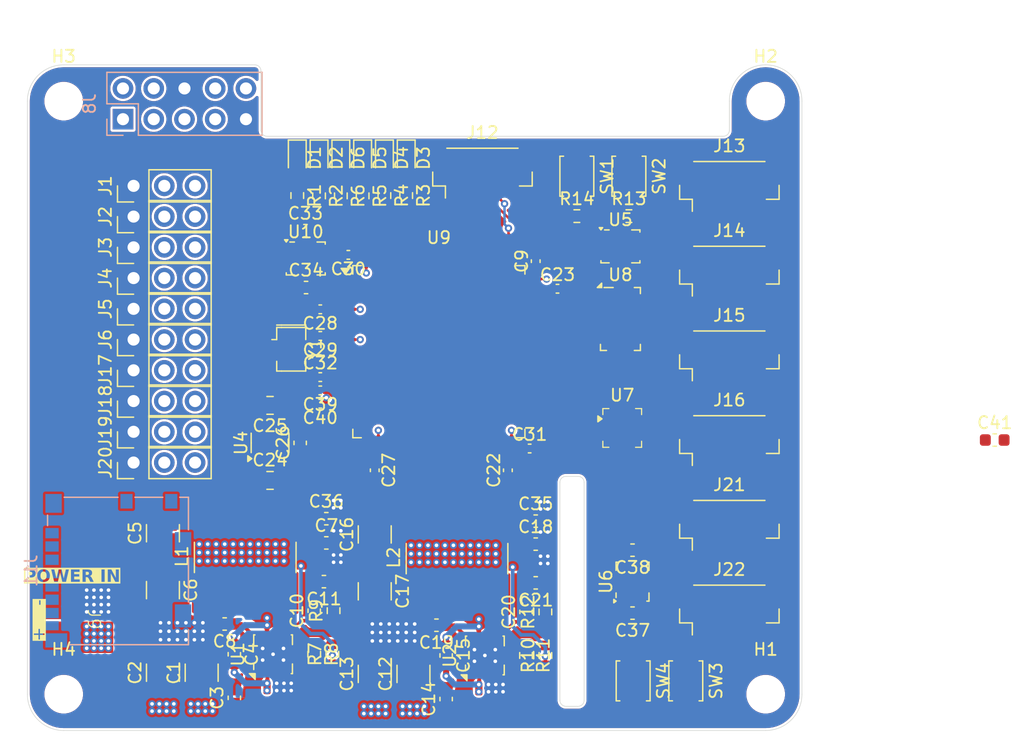
<source format=kicad_pcb>
(kicad_pcb (version 20241229) (generator "pcbnew") (generator_version "9.0")
  (layers (0 "F.Cu" signal) (4 "In1.Cu" signal) (6 "In2.Cu" signal) (2 "B.Cu" signal) (13 "F.Paste" user) (15 "B.Paste" user) (5 "F.SilkS" user "F.Silkscreen") (7 "B.SilkS" user "B.Silkscreen") (1 "F.Mask" user) (3 "B.Mask" user) (25 "Edge.Cuts" user))
  (net 0 "")
  (net 1 "GND")
  (net 3 "+3.3VA")
  (net 4 "NRST")
  (net 5 "BOOT")
  (net 6 "BUTTON2")
  (net 7 "BUTTON1")
  (net 8 "LED4")
  (net 9 "LED3")
  (net 10 "OSC_IN")
  (net 11 "SWCLK")
  (net 12 "LED5")
  (net 13 "LED6")
  (net 14 "LED2")
  (net 15 "SWDIO")
  (net 16 "OSC_OUT")
  (net 17 "+5V")
  (net 20 "Pi_RX")
  (net 21 "Pi_TX")
  (net 22 "VDC")
  (net 24 "Net-(U1-COMP)")
  (net 25 "Net-(U1-BOOT)")
  (net 26 "Net-(U1-PH)")
  (net 27 "Net-(U1-SS)")
  (net 28 "Net-(U1-VSENSE)")
  (net 29 "Net-(U2-SS)")
  (net 30 "Net-(U2-COMP)")
  (net 31 "Net-(U2-PH)")
  (net 32 "Net-(U2-BOOT)")
  (net 33 "+5VP")
  (net 34 "Net-(U2-VSENSE)")
  (net 38 "SPI_SCK")
  (net 39 "SPI_MISO")
  (net 40 "ISM_INT2")
  (net 41 "ISM_INT1")
  (net 42 "SPI_MOSI")
  (net 43 "SPI_ISM_CS")
  (net 44 "Net-(C11-Pad1)")
  (net 45 "Net-(C21-Pad1)")
  (net 46 "Net-(U9-VCAP_1)")
  (net 47 "Net-(U9-VCAP_2)")
  (net 48 "Net-(U4-BP)")
  (net 49 "Net-(D1-A)")
  (net 50 "Net-(D2-A)")
  (net 51 "Net-(D3-A)")
  (net 52 "Net-(D4-A)")
  (net 53 "Net-(D5-A)")
  (net 54 "Net-(D6-A)")
  (net 109 "Net-(U7-VSS-Pad11)")
  (net 121 "Net-(U8-CSB-Pad4)")
  (net 138 "USART8_TX")
  (net 141 "USART2_TX")
  (net 142 "USART2_RX")
  (net 144 "USART8_RX")
  (net 166 "UART7_RX")
  (net 167 "UART7_TX")
  (net 168 "USART3_RX")
  (net 169 "USART3_RTS")
  (net 170 "USART3_CTS")
  (net 171 "USART3_TX")
  (net 172 "USART4_TX")
  (net 173 "I2C1_SDA")
  (net 174 "I2C1_SCL")
  (net 175 "USART4_RX")
  (net 211 "Net-(U10-GND-Pad6)")
  (footprint "Capacitor_SMD:C_0402_1005Metric" (layer "F.Cu") (at 121.2 93.8)
    (property "Reference" "C32")
    (property "Value" "100nF")
  )
  (footprint "Connector_PinHeader_2.54mm:PinHeader_1x03_P2.54mm_Vertical" (layer "F.Cu") (at 105.775 85.62 90)
    (property "Reference" "J4")
    (property "Value" "Conn_01x03")
  )
  (footprint "Connector_JST:JST_SH_BM06B-SRSS-TB_1x06-1MP_P1.00mm_Vertical" (layer "F.Cu") (at 155 113)
    (property "Reference" "J22")
    (property "Value" "Conn_01x06")
  )
  (footprint "Resistor_SMD:R_0603_1608Metric" (layer "F.Cu") (at 139.8 113.199999 90)
    (property "Reference" "R12")
    (property "Value" "3.47K")
  )
  (footprint "Capacitor_SMD:C_0402_1005Metric" (layer "F.Cu") (at 125.7 101.5 -90)
    (property "Reference" "C27")
    (property "Value" "100nF")
  )
  (footprint "Connector_PinHeader_2.54mm:PinHeader_1x03_P2.54mm_Vertical" (layer "F.Cu") (at 105.775 100.86 90)
    (property "Reference" "J20")
    (property "Value" "Conn_01x03")
  )
  (footprint "Connector_PinHeader_2.54mm:PinHeader_1x03_P2.54mm_Vertical" (layer "F.Cu") (at 105.775 83.08 90)
    (property "Reference" "J3")
    (property "Value" "Conn_01x03")
  )
  (footprint "Connector_PinHeader_2.54mm:PinHeader_1x03_P2.54mm_Vertical" (layer "F.Cu") (at 105.775 80.54 90)
    (property "Reference" "J2")
    (property "Value" "Conn_01x03")
  )
  (footprint "Connector_JST:JST_SH_BM06B-SRSS-TB_1x06-1MP_P1.00mm_Vertical" (layer "F.Cu") (at 155 106)
    (property "Reference" "J21")
    (property "Value" "Conn_01x06")
  )
  (footprint "Capacitor_SMD:C_0402_1005Metric" (layer "F.Cu") (at 121.2 90.4 180)
    (property "Reference" "C29")
    (property "Value" "100nF")
  )
  (footprint "Package_TO_SOT_SMD:SOT-23-5" (layer "F.Cu") (at 117.050001 99.2375 90)
    (property "Reference" "U4")
    (property "Value" "MIC5219-3.3YM5")
  )
  (footprint "Capacitor_SMD:C_1210_3225Metric" (layer "F.Cu") (at 125.7 106.8 90)
    (property "Reference" "C16")
    (property "Value" "47uF")
  )
  (footprint "Capacitor_SMD:C_0603_1608Metric" (layer "F.Cu") (at 121.7 107.5)
    (property "Reference" "C7")
    (property "Value" "100nF")
  )
  (footprint "Capacitor_SMD:C_0603_1608Metric" (layer "F.Cu") (at 138.2 113.2 90)
    (property "Reference" "C20")
    (property "Value" "120pF")
  )
  (footprint "Resistor_SMD:R_0603_1608Metric" (layer "F.Cu") (at 122.9 78.825 -90)
    (property "Reference" "R6")
    (property "Value" "220R")
  )
  (footprint "Capacitor_SMD:C_0603_1608Metric" (layer "F.Cu") (at 114.1 116.7 -90)
    (property "Reference" "C4")
    (property "Value" "100nF")
  )
  (footprint "Capacitor_SMD:C_0603_1608Metric" (layer "F.Cu") (at 119.540001 99.237499 90)
    (property "Reference" "C26")
    (property "Value" "470pF")
  )
  (footprint "Capacitor_SMD:C_0603_1608Metric" (layer "F.Cu") (at 114.1 120.3 90)
    (property "Reference" "C3")
    (property "Value" "100nF")
  )
  (footprint "Capacitor_SMD:C_1210_3225Metric" (layer "F.Cu") (at 128.9 118.324999 90)
    (property "Reference" "C12")
    (property "Value" "10uF")
  )
  (footprint "Connector_PinHeader_2.54mm:PinHeader_1x03_P2.54mm_Vertical" (layer "F.Cu") (at 105.775 88.16 90)
    (property "Reference" "J5")
    (property "Value" "Conn_01x03")
  )
  (footprint "Connector_PinHeader_2.54mm:PinHeader_1x03_P2.54mm_Vertical" (layer "F.Cu") (at 105.775 90.7 90)
    (property "Reference" "J6")
    (property "Value" "Conn_01x03")
  )
  (footprint "Connector_PinHeader_2.54mm:PinHeader_1x03_P2.54mm_Vertical" (layer "F.Cu") (at 105.775 98.32 90)
    (property "Reference" "J19")
    (property "Value" "Conn_01x03")
  )
  (footprint "Package_LGA:LGA-14_3x2.5mm_P0.5mm_LayoutBorder3x4y" (layer "F.Cu") (at 146 83)
    (property "Reference" "U5")
    (property "Value" "ISM330DHCX")
  )
  (footprint "Resistor_SMD:R_0603_1608Metric" (layer "F.Cu") (at 122.3 113.1 90)
    (property "Reference" "R9")
    (property "Value" "3.47K")
  )
  (footprint "Package_QFP:LQFP-100_14x14mm_P0.5mm" (layer "F.Cu") (at 131 91.7)
    (property "Reference" "U9")
    (property "Value" "STM32F427VITx")
  )
  (footprint "Resistor_SMD:R_0603_1608Metric" (layer "F.Cu") (at 120.7 116.7 -90)
    (property "Reference" "R8")
    (property "Value" "19.1K")
  )
  (footprint "Package_SON:VSON-10-1EP_3x3mm_P0.5mm_EP1.65x2.4mm_ThermalVias" (layer "F.Cu") (at 134.8 116.8 90)
    (property "Reference" "U2")
    (property "Value" "TPS54336ADRCR")
  )
  (footprint "Capacitor_SMD:C_0603_1608Metric" (layer "F.Cu") (at 139 110.8 180)
    (property "Reference" "C21")
    (property "Value" "12nF")
  )
  (footprint "Capacitor_SMD:C_0402_1005Metric" (layer "F.Cu") (at 139 84.22 90)
    (property "Reference" "C9")
    (property "Value" "100nF")
  )
  (footprint "Capacitor_SMD:C_0402_1005Metric" (layer "F.Cu") (at 121.2 94.9 180)
    (property "Reference" "C39")
    (property "Value" "100nF")
  )
  (footprint "Capacitor_SMD:C_0402_1005Metric" (layer "F.Cu") (at 123.52 83.7 180)
    (property "Reference" "C30")
    (property "Value" "100nF")
  )
  (footprint "Capacitor_SMD:C_0603_1608Metric" (layer "F.Cu") (at 147 108.099999 180)
    (property "Reference" "C38")
    (property "Value" "100nF")
  )
  (footprint "Capacitor_SMD:C_0805_2012Metric" (layer "F.Cu") (at 117.050001 102.3375)
    (property "Reference" "C24")
    (property "Value" "10uF")
  )
  (footprint "Button_Switch_SMD:SW_SPST_B3U-1000P" (layer "F.Cu") (at 142.4 77.2 -90)
    (property "Reference" "SW1")
    (property "Value" "SW_Push")
  )
  (footprint "Resistor_SMD:R_0603_1608Metric" (layer "F.Cu") (at 139.8 116.8 90)
    (property "Reference" "R10")
    (property "Value" "100K")
  )
  (footprint "Capacitor_SMD:C_1210_3225Metric" (layer "F.Cu") (at 108.2 111.4 -90)
    (property "Reference" "C6")
    (property "Value" "47uF")
  )
  (footprint "Connector_PinHeader_2.54mm:PinHeader_1x03_P2.54mm_Vertical" (layer "F.Cu") (at 105.775 95.78 90)
    (property "Reference" "J18")
    (property "Value" "Conn_01x03")
  )
  (footprint "Capacitor_SMD:C_0603_1608Metric" (layer "F.Cu") (at 130.8 114.3 180)
    (property "Reference" "C19")
    (property "Value" "10nF")
  )
  (footprint "Crystal:Resonator_SMD_Murata_CSTxExxV-3Pin_3.0x1.1mm" (layer "F.Cu") (at 118.8 91.5 -90)
    (property "Reference" "Y1")
    (property "Value" "Resonator")
  )
  (footprint "Capacitor_SMD:C_0603_1608Metric" (layer "F.Cu") (at 131.6 116.8 -90)
    (property "Reference" "C15")
    (property "Value" "100nF")
  )
  (footprint "Capacitor_SMD:C_0603_1608Metric" (layer "F.Cu") (at 139 107.6)
    (property "Reference" "C18")
    (property "Value" "100nF")
  )
  (footprint "MountingHole:MountingHole_2.7mm_M2.5" (layer "F.Cu") (at 158 71)
    (property "Reference" "H2")
    (property "Value" "MountingHole")
  )
  (footprint "Capacitor_SMD:C_1210_3225Metric" (layer "F.Cu") (at 125.7 118.324999 90)
    (property "Reference" "C13")
    (property "Value" "10uF")
  )
  (footprint "Inductor_SMD:L_Bourns-SRN8040_8x8.15mm" (layer "F.Cu") (at 132.5 108.8 90)
    (property "Reference" "L2")
    (property "Value" "15uH")
  )
  (footprint "Connector_PinHeader_2.54mm:PinHeader_1x03_P2.54mm_Vertical" (layer "F.Cu") (at 105.775 93.24 90)
    (property "Reference" "J17")
    (property "Value" "Conn_01x03")
  )
  (footprint "Connector_JST:JST_SH_BM06B-SRSS-TB_1x06-1MP_P1.00mm_Vertical" (layer "F.Cu") (at 134.6 76.9)
    (property "Reference" "J12")
    (property "Value" "JTAG")
  )
  (footprint "Capacitor_SMD:C_1210_3225Metric" (layer "F.Cu") (at 125.7 111.5 -90)
    (property "Reference" "C17")
    (property "Value" "47uF")
  )
  (footprint "Connector_JST:JST_SH_BM06B-SRSS-TB_1x06-1MP_P1.00mm_Vertical" (layer "F.Cu") (at 155 85)
    (property "Reference" "J14")
    (property "Value" "Conn_01x06")
  )
  (footprint "Package_LGA:LGA-14_3x2.5mm_P0.5mm_LayoutBorder3x4y" (layer "F.Cu") (at 120 84)
    (property "Reference" "U10")
    (property "Value" "ISM330DHCX")
  )
  (footprint "Capacitor_SMD:C_0603_1608Metric" (layer "F.Cu") (at 119.975 81.7)
    (property "Reference" "C33")
    (property "Value" "100nF")
  )
  (footprint "Capacitor_SMD:C_0603_1608Metric" (layer "F.Cu") (at 147 113.300001 180)
    (property "Reference" "C37")
    (property "Value" "100nF")
  )
  (footprint "LED_SMD:LED_0603_1608Metric" (layer "F.Cu") (at 122.9 75.7 -90)
    (property "Reference" "D6")
    (property "Value" "LED")
  )
  (footprint "MountingHole:MountingHole_2.7mm_M2.5" (layer "F.Cu") (at 100 120)
    (property "Reference" "H4")
    (property "Value" "MountingHole")
  )
  (footprint "Capacitor_SMD:C_0603_1608Metric" (layer "F.Cu") (at 131.6 120.4 90)
    (property "Reference" "C14")
    (property "Value" "100nF")
  )
  (footprint "Connector_JST:JST_SH_BM06B-SRSS-TB_1x06-1MP_P1.00mm_Vertical" (layer "F.Cu") (at 155 92)
    (property "Reference" "J15")
    (property "Value" "Conn_01x06")
  )
  (footprint "Package_LGA:LGA-14_3x2.5mm_P0.5mm_LayoutBorder3x4y" (layer "F.Cu") (at 147 110.7 90)
    (property "Reference" "U6")
    (property "Value" "ISM330DHCX")
  )
  (footprint "Capacitor_SMD:C_1210_3225Metric" (layer "F.Cu") (at 108.2 106.7 90)
    (property "Reference" "C5")
    (property "Value" "47uF")
  )
  (footprint "TiManh:DualPad_2x3mm" (layer "F.Cu") (at 100 113.8 -90)
    (property "Reference" "J9")
    (property "Value" "POWER")
  )
  (footprint "Capacitor_SMD:C_0603_1608Metric" (layer "F.Cu") (at 113.3 114.2 180)
    (property "Reference" "C8")
    (property "Value" "10nF")
  )
  (footprint "Button_Switch_SMD:SW_SPST_B3U-1000P" (layer "F.Cu") (at 147.05 118.900001 -90)
    (property "Reference" "SW4")
    (property "Value" "SW_Push")
  )
  (footprint "LED_SMD:LED_0603_1608Metric" (layer "F.Cu") (at 128.3 75.7 -90)
    (property "Reference" "D3")
    (property "Value" "LED")
  )
  (footprint "Connector_JST:JST_SH_BM06B-SRSS-TB_1x06-1MP_P1.00mm_Vertical" (layer "F.Cu") (at 155 99)
    (property "Reference" "J16")
    (property "Value" "Conn_01x06")
  )
  (footprint "Resistor_SMD:R_0603_1608Metric" (layer "F.Cu") (at 124.7 78.825 -90)
    (property "Reference" "R5")
    (property "Value" "220R")
  )
  (footprint "Resistor_SMD:R_0603_1608Metric" (layer "F.Cu") (at 146.7 80.5)
    (property "Reference" "R13")
    (property "Value" "10K")
  )
  (footprint "Resistor_SMD:R_0603_1608Metric" (layer "F.Cu") (at 138.2 116.8 -90)
    (property "Reference" "R11")
    (property "Value" "19.1K")
  )
  (footprint "Resistor_SMD:R_0603_1608Metric" (layer "F.Cu") (at 121.1 78.825 -90)
    (property "Reference" "R2")
    (property "Value" "220R")
  )
  (footprint "Connector_PinHeader_2.54mm:PinHeader_1x03_P2.54mm_Vertical" (layer "F.Cu") (at 105.775 78 90)
    (property "Reference" "J1")
    (property "Value" "Conn_01x03")
  )
  (footprint "Package_LGA:LGA-16_3x3mm_P0.5mm" (layer "F.Cu") (at 146.148 98)
    (property "Reference" "U7")
    (property "Value" "IST8310")
  )
  (footprint "Resistor_SMD:R_0603_1608Metric" (layer "F.Cu") (at 126.5 78.8 -90)
    (property "Reference" "R4")
    (property "Value" "220R")
  )
  (footprint "MountingHole:MountingHole_2.7mm_M2.5" (layer "F.Cu") (at 100 71)
    (property "Reference" "H3")
    (property "Value" "MountingHole")
  )
  (footprint "Capacitor_SMD:C_0603_1608Metric" (layer "F.Cu") (at 121.7 105.5)
    (property "Reference" "C36")
    (property "Value" "100nF")
  )
  (footprint "MountingHole:MountingHole_2.7mm_M2.5" (layer "F.Cu") (at 158 120)
    (property "Reference" "H1")
    (property "Value" "MountingHole")
  )
  (footprint "LED_SMD:LED_0603_1608Metric" (layer "F.Cu") (at 121.1 75.7 -90)
    (property "Reference" "D2")
    (property "Value" "LED")
  )
  (footprint "Package_SON:VSON-10-1EP_3x3mm_P0.5mm_EP1.65x2.4mm_ThermalVias" (layer "F.Cu") (at 117.3 116.7 90)
    (property "Reference" "U1")
    (property "Value" "TPS54336ADRCR")
  )
  (footprint "LED_SMD:LED_0603_1608Metric" (layer "F.Cu") (at 126.5 75.7 -90)
    (property "Reference" "D4")
    (property "Value" "LED")
  )
  (footprint "Capacitor_SMD:C_0402_1005Metric" (layer "F.Cu") (at 121.2 96 180)
    (property "Reference" "C40")
    (property "Value" "100nF")
  )
  (footprint "Package_LGA:LGA-8_3x5mm_P1.25mm" (layer "F.Cu") (at 146 89)
    (property "Reference" "U8")
    (property "Value" "MS5611-01BA")
  )
  (footprint "Resistor_SMD:R_0603_1608Metric" (layer "F.Cu") (at 119.3 78.8 -90)
    (property "Reference" "R1")
    (property "Value" "220R")
  )
  (footprint "Capacitor_SMD:C_0402_1005Metric" (layer "F.Cu") (at 140.8 86.5)
    (property "Reference" "C23")
    (property "Value" "2.2uF")
  )
  (footprint "Resistor_SMD:R_0603_1608Metric" (layer "F.Cu") (at 128.3 78.8 -90)
    (property "Reference" "R3")
    (property "Value" "220R")
  )
  (footprint "Capacitor_SMD:C_0603_1608Metric" (layer "F.Cu") (at 120.7 113.1 90)
    (property "Reference" "C10")
    (property "Value" "120pF")
  )
  (footprint "Capacitor_SMD:C_0402_1005Metric" (layer "F.Cu") (at 138.5 99.7)
    (property "Reference" "C31")
    (property "Value" "100nF")
  )
  (footprint "Resistor_SMD:R_0603_1608Metric" (layer "F.Cu") (at 122.2 116.7 90)
    (property "Reference" "R7")
    (property "Value" "100K")
  )
  (footprint "Button_Switch_SMD:SW_SPST_B3U-1000P" (layer "F.Cu") (at 146.7 77.199999 -90)
    (property "Reference" "SW2")
    (property "Value" "SW_Push")
  )
  (footprint "Capacitor_SMD:C_0402_1005Metric" (layer "F.Cu") (at 136.7 101.5 90)
    (property "Reference" "C22")
    (property "Value" "2.2uF")
  )
  (footprint "Capacitor_SMD:C_0805_2012Metric" (layer "F.Cu") (at 117.050001 96.1375 180)
    (property "Reference" "C25")
    (property "Value" "2.2uF")
  )
  (footprint "Inductor_SMD:L_Bourns-SRN8040_8x8.15mm" (layer "F.Cu") (at 115 108.7 90)
    (property "Reference" "L1")
    (property "Value" "15uH")
  )
  (footprint "Connector_JST:JST_SH_BM06B-SRSS-TB_1x06-1MP_P1.00mm_Vertical" (layer "F.Cu") (at 155 78)
    (property "Reference" "J13")
    (property "Value" "Conn_01x06")
  )
  (footprint "Button_Switch_SMD:SW_SPST_B3U-1000P" (layer "F.Cu") (at 151.4 118.9 -90)
    (property "Reference" "SW3")
    (property "Value" "SW_Push")
  )
  (footprint "Capacitor_SMD:C_0402_1005Metric" (layer "F.Cu") (at 121.2 88.2 180)
    (property "Reference" "C28")
    (property "Value" "100nF")
  )
  (footprint "LED_SMD:LED_0603_1608Metric" (layer "F.Cu") (at 119.3 75.7 -90)
    (property "Reference" "D1")
    (property "Value" "LED")
  )
  (footprint "Capacitor_SMD:C_0603_1608Metric" (layer "F.Cu") (at 176.925 99)
    (property "Reference" "C41")
    (property "Value" "100nF")
  )
  (footprint "Capacitor_SMD:C_1210_3225Metric" (layer "F.Cu") (at 108.2 118.224999 90)
    (property "Reference" "C2")
    (property "Value" "10uF")
  )
  (footprint "Capacitor_SMD:C_1210_3225Metric" (layer "F.Cu") (at 111.4 118.224999 90)
    (property "Reference" "C1")
    (property "Value" "10uF")
  )
  (footprint "Capacitor_SMD:C_0603_1608Metric" (layer "F.Cu") (at 120.025 86.4)
    (property "Reference" "C34")
    (property "Value" "100nF")
  )
  (footprint "Capacitor_SMD:C_0603_1608Metric" (layer "F.Cu") (at 139 105.7)
    (property "Reference" "C35")
    (property "Value" "100nF")
  )
  (footprint "LED_SMD:LED_0603_1608Metric" (layer "F.Cu") (at 124.7 75.7 -90)
    (property "Reference" "D5")
    (property "Value" "LED")
  )
  (footprint "Capacitor_SMD:C_0603_1608Metric" (layer "F.Cu") (at 121.5 110.7 180)
    (property "Reference" "C11")
    (property "Value" "12nF")
  )
  (footprint "Resistor_SMD:R_0603_1608Metric" (layer "F.Cu") (at 142.4 80.5)
    (property "Reference" "R14")
    (property "Value" "10K")
  )
  (footprint "Connector_PinSocket_2.54mm:PinSocket_2x05_P2.54mm_Vertical" (layer "B.Cu") (at 104.9 72.49 -90)
    (property "Reference" "J8")
    (property "Value" "Conn_02x05_Odd_Even")
  )
  (footprint "Connector_Card:microSD_HC_Molex_104031-0811" (layer "B.Cu") (at 104.4875 109.8 -90)
    (property "Reference" "J11")
    (property "Value" "Micro_SD_Card_Det1")
  )
  (gr_line (start 115.8 68) (end 100 68) (stroke (width 0.05)) (layer "Edge.Cuts"))
  (gr_line (start 141 120.5) (end 141 102.5) (stroke (width 0.05)) (layer "Edge.Cuts"))
  (gr_line (start 155 73.4) (end 155 71) (stroke (width 0.05)) (layer "Edge.Cuts"))
  (gr_arc (start 142.5 102) (mid 142.853553 102.146447) (end 143 102.5) (stroke (width 0.05)) (layer "Edge.Cuts"))
  (gr_arc (start 115.8 68) (mid 116.153553 68.146447) (end 116.3 68.5) (stroke (width 0.05)) (layer "Edge.Cuts"))
  (gr_arc (start 97 71) (mid 97.87868 68.87868) (end 100 68) (stroke (width 0.05)) (layer "Edge.Cuts"))
  (gr_arc (start 141.5 121) (mid 141.146447 120.853553) (end 141 120.5) (stroke (width 0.05)) (layer "Edge.Cuts"))
  (gr_line (start 161 71) (end 161 120) (stroke (width 0.05)) (layer "Edge.Cuts"))
  (gr_arc (start 155 71) (mid 155.87868 68.87868) (end 158 68) (stroke (width 0.05)) (layer "Edge.Cuts"))
  (gr_line (start 143 102.5) (end 143 120.5) (stroke (width 0.05)) (layer "Edge.Cuts"))
  (gr_arc (start 161 120) (mid 160.12132 122.12132) (end 158 123) (stroke (width 0.05)) (layer "Edge.Cuts"))
  (gr_line (start 116.8 73.9) (end 154.5 73.9) (stroke (width 0.05)) (layer "Edge.Cuts"))
  (gr_arc (start 155 73.4) (mid 154.853553 73.753553) (end 154.5 73.9) (stroke (width 0.05)) (layer "Edge.Cuts"))
  (gr_line (start 142.5 121) (end 141.5 121) (stroke (width 0.05)) (layer "Edge.Cuts"))
  (gr_arc (start 158 68) (mid 160.12132 68.87868) (end 161 71) (stroke (width 0.05)) (layer "Edge.Cuts"))
  (gr_arc (start 116.8 73.9) (mid 116.446447 73.753553) (end 116.3 73.4) (stroke (width 0.05)) (layer "Edge.Cuts"))
  (gr_arc (start 100 123) (mid 97.87868 122.12132) (end 97 120) (stroke (width 0.05)) (layer "Edge.Cuts"))
  (gr_line (start 116.3 68.5) (end 116.3 73.4) (stroke (width 0.05)) (layer "Edge.Cuts"))
  (gr_line (start 97 71) (end 97 120) (stroke (width 0.05)) (layer "Edge.Cuts"))
  (gr_line (start 158 123) (end 100 123) (stroke (width 0.05)) (layer "Edge.Cuts"))
  (gr_arc (start 141 102.5) (mid 141.146447 102.146447) (end 141.5 102) (stroke (width 0.05)) (layer "Edge.Cuts"))
  (gr_arc (start 143 120.5) (mid 142.853553 120.853553) (end 142.5 121) (stroke (width 0.05)) (layer "Edge.Cuts"))
  (gr_line (start 142.5 102) (end 141.5 102) (stroke (width 0.05)) (layer "Edge.Cuts"))
  (gr_text "+    -" (at 98 113.9 90) (layer "F.SilkS" knockout) (effects (font (size 1 1) (thickness 0.125))))
  (gr_text "POWER IN\n" (at 100.7 110.3 0) (layer "F.SilkS" knockout) (effects (font (size 1 1) (thickness 0.25) (bold yes))))
  (via (at 108.7 114.1) (size 0.6) (drill 0.3) (layers "F.Cu" "B.Cu") (net 1))
  (via (at 140 108.6) (size 0.6) (drill 0.3) (layers "F.Cu" "B.Cu") (net 1))
  (via (at 140 106.6) (size 0.6) (drill 0.3) (layers "F.Cu" "B.Cu") (net 1))
  (via (at 117.6 119.1) (size 0.6) (drill 0.3) (layers "F.Cu" "B.Cu") (net 1))
  (via (at 139.4 104.7) (size 0.6) (drill 0.3) (layers "F.Cu" "B.Cu") (net 1))
  (via (at 139.4 106.6) (size 0.6) (drill 0.3) (layers "F.Cu" "B.Cu") (net 1))
  (via (at 122.3 106.5) (size 0.6) (drill 0.3) (layers "F.Cu" "B.Cu") (net 1))
  (via (at 126.9 114.2) (size 0.6) (drill 0.3) (layers "F.Cu" "B.Cu") (net 1))
  (via (at 136.3 119.8) (size 0.6) (drill 0.3) (layers "F.Cu" "B.Cu") (net 1))
  (via (at 135.7 119.8) (size 0.6) (drill 0.3) (layers "F.Cu" "B.Cu") (net 1))
  (via (at 103.7 112) (size 0.6) (drill 0.3) (layers "F.Cu" "B.Cu") (net 1))
  (via (at 140 104.7) (size 0.6) (drill 0.3) (layers "F.Cu" "B.Cu") (net 1))
  (via (at 110.1 115.5) (size 0.6) (drill 0.3) (layers "F.Cu" "B.Cu") (net 1))
  (via (at 129 114.9) (size 0.6) (drill 0.3) (layers "F.Cu" "B.Cu") (net 1))
  (via (at 102.5 111.4) (size 0.6) (drill 0.3) (layers "F.Cu" "B.Cu") (net 1))
  (via (at 108.7 115.5) (size 0.6) (drill 0.3) (layers "F.Cu" "B.Cu") (net 1))
  (via (at 110.1 114.8) (size 0.6) (drill 0.3) (layers "F.Cu" "B.Cu") (net 1))
  (via (at 135.1 119.2) (size 0.6) (drill 0.3) (layers "F.Cu" "B.Cu") (net 1))
  (via (at 109.4 114.1) (size 0.6) (drill 0.3) (layers "F.Cu" "B.Cu") (net 1))
  (via (at 140 104.1) (size 0.6) (drill 0.3) (layers "F.Cu" "B.Cu") (net 1))
  (via (at 118.2 119.1) (size 0.6) (drill 0.3) (layers "F.Cu" "B.Cu") (net 1))
  (via (at 101.9 112.6) (size 0.6) (drill 0.3) (layers "F.Cu" "B.Cu") (net 1))
  (via (at 110.8 114.1) (size 0.6) (drill 0.3) (layers "F.Cu" "B.Cu") (net 1))
  (via (at 126.2 114.9) (size 0.6) (drill 0.3) (layers "F.Cu" "B.Cu") (net 1))
  (via (at 108 114.8) (size 0.6) (drill 0.3) (layers "F.Cu" "B.Cu") (net 1))
  (via (at 126.9 114.9) (size 0.6) (drill 0.3) (layers "F.Cu" "B.Cu") (net 1))
  (via (at 127.6 114.9) (size 0.6) (drill 0.3) (layers "F.Cu" "B.Cu") (net 1))
  (via (at 126.2 115.6) (size 0.6) (drill 0.3) (layers "F.Cu" "B.Cu") (net 1))
  (via (at 136.3 119.2) (size 0.6) (drill 0.3) (layers "F.Cu" "B.Cu") (net 1))
  (via (at 118.2 119.7) (size 0.6) (drill 0.3) (layers "F.Cu" "B.Cu") (net 1))
  (via (at 122.9 104.6) (size 0.6) (drill 0.3) (layers "F.Cu" "B.Cu") (net 1))
  (via (at 122.3 108.5) (size 0.6) (drill 0.3) (layers "F.Cu" "B.Cu") (net 1))
  (via (at 139.4 109.2) (size 0.6) (drill 0.3) (layers "F.Cu" "B.Cu") (net 1))
  (via (at 135.7 119.2) (size 0.6) (drill 0.3) (layers "F.Cu" "B.Cu") (net 1))
  (via (at 140 109.2) (size 0.6) (drill 0.3) (layers "F.Cu" "B.Cu") (net 1))
  (via (at 108 115.5) (size 0.6) (drill 0.3) (layers "F.Cu" "B.Cu") (net 1))
  (via (at 103.7 113.2) (size 0.6) (drill 0.3) (layers "F.Cu" "B.Cu") (net 1))
  (via (at 109.4 115.5) (size 0.6) (drill 0.3) (layers "F.Cu" "B.Cu") (net 1))
  (via (at 111.5 114.1) (size 0.6) (drill 0.3) (layers "F.Cu" "B.Cu") (net 1))
  (via (at 125.5 114.9) (size 0.6) (drill 0.3) (layers "F.Cu" "B.Cu") (net 1))
  (via (at 108.7 114.8) (size 0.6) (drill 0.3) (layers "F.Cu" "B.Cu") (net 1))
  (via (at 110.1 114.1) (size 0.6) (drill 0.3) (layers "F.Cu" "B.Cu") (net 1))
  (via (at 122.9 104) (size 0.6) (drill 0.3) (layers "F.Cu" "B.Cu") (net 1))
  (via (at 126.2 114.2) (size 0.6) (drill 0.3) (layers "F.Cu" "B.Cu") (net 1))
  (via (at 103.1 113.2) (size 0.6) (drill 0.3) (layers "F.Cu" "B.Cu") (net 1))
  (via (at 102.5 112.6) (size 0.6) (drill 0.3) (layers "F.Cu" "B.Cu") (net 1))
  (via (at 128.3 114.9) (size 0.6) (drill 0.3) (layers "F.Cu" "B.Cu") (net 1))
  (via (at 122.3 104) (size 0.6) (drill 0.3) (layers "F.Cu" "B.Cu") (net 1))
  (via (at 101.9 111.4) (size 0.6) (drill 0.3) (layers "F.Cu" "B.Cu") (net 1))
  (via (at 118.8 119.7) (size 0.6) (drill 0.3) (layers "F.Cu" "B.Cu") (net 1))
  (via (at 135.1 119.8) (size 0.6) (drill 0.3) (layers "F.Cu" "B.Cu") (net 1))
  (via (at 102.5 112) (size 0.6) (drill 0.3) (layers "F.Cu" "B.Cu") (net 1))
  (via (at 103.7 112.6) (size 0.6) (drill 0.3) (layers "F.Cu" "B.Cu") (net 1))
  (via (at 103.1 112.6) (size 0.6) (drill 0.3) (layers "F.Cu" "B.Cu") (net 1))
  (via (at 139.4 104.1) (size 0.6) (drill 0.3) (layers "F.Cu" "B.Cu") (net 1))
  (via (at 103.1 111.4) (size 0.6) (drill 0.3) (layers "F.Cu" "B.Cu") (net 1))
  (via (at 125.5 114.2) (size 0.6) (drill 0.3) (layers "F.Cu" "B.Cu") (net 1))
  (via (at 101.9 113.2) (size 0.6) (drill 0.3) (layers "F.Cu" "B.Cu") (net 1))
  (via (at 118.8 119.1) (size 0.6) (drill 0.3) (layers "F.Cu" "B.Cu") (net 1))
  (via (at 101.9 112) (size 0.6) (drill 0.3) (layers "F.Cu" "B.Cu") (net 1))
  (via (at 122.9 106.5) (size 0.6) (drill 0.3) (layers "F.Cu" "B.Cu") (net 1))
  (via (at 126.9 115.6) (size 0.6) (drill 0.3) (layers "F.Cu" "B.Cu") (net 1))
  (via (at 108 114.1) (size 0.6) (drill 0.3) (layers "F.Cu" "B.Cu") (net 1))
  (via (at 139.4 108.6) (size 0.6) (drill 0.3) (layers "F.Cu" "B.Cu") (net 1))
  (via (at 129 114.2) (size 0.6) (drill 0.3) (layers "F.Cu" "B.Cu") (net 1))
  (via (at 103.7 111.4) (size 0.6) (drill 0.3) (layers "F.Cu" "B.Cu") (net 1))
  (via (at 128.3 114.2) (size 0.6) (drill 0.3) (layers "F.Cu" "B.Cu") (net 1))
  (via (at 122.3 104.6) (size 0.6) (drill 0.3) (layers "F.Cu" "B.Cu") (net 1))
  (via (at 117.6 119.7) (size 0.6) (drill 0.3) (layers "F.Cu" "B.Cu") (net 1))
  (via (at 129 115.6) (size 0.6) (drill 0.3) (layers "F.Cu" "B.Cu") (net 1))
  (via (at 127.6 115.6) (size 0.6) (drill 0.3) (layers "F.Cu" "B.Cu") (net 1))
  (via (at 111.5 115.5) (size 0.6) (drill 0.3) (layers "F.Cu" "B.Cu") (net 1))
  (via (at 103.1 112) (size 0.6) (drill 0.3) (layers "F.Cu" "B.Cu") (net 1))
  (via (at 127.6 114.2) (size 0.6) (drill 0.3) (layers "F.Cu" "B.Cu") (net 1))
  (via (at 109.4 114.8) (size 0.6) (drill 0.3) (layers "F.Cu" "B.Cu") (net 1))
  (via (at 110.8 114.8) (size 0.6) (drill 0.3) (layers "F.Cu" "B.Cu") (net 1))
  (via (at 122.3 109.1) (size 0.6) (drill 0.3) (layers "F.Cu" "B.Cu") (net 1))
  (via (at 111.5 114.8) (size 0.6) (drill 0.3) (layers "F.Cu" "B.Cu") (net 1))
  (via (at 122.9 108.5) (size 0.6) (drill 0.3) (layers "F.Cu" "B.Cu") (net 1))
  (via (at 122.9 109.1) (size 0.6) (drill 0.3) (layers "F.Cu" "B.Cu") (net 1))
  (via (at 125.5 115.6) (size 0.6) (drill 0.3) (layers "F.Cu" "B.Cu") (net 1))
  (via (at 110.8 115.5) (size 0.6) (drill 0.3) (layers "F.Cu" "B.Cu") (net 1))
  (via (at 102.5 113.2) (size 0.6) (drill 0.3) (layers "F.Cu" "B.Cu") (net 1))
  (via (at 128.3 115.6) (size 0.6) (drill 0.3) (layers "F.Cu" "B.Cu") (net 1))
  (segment (start 138.675 85.7) (end 138.675 85.025) (width 0.2) (layer "F.Cu") (net 3))
  (segment (start 126 100.3) (end 126 99.375) (width 0.2) (layer "F.Cu") (net 3))
  (segment (start 121.98 90.7) (end 123.325 90.7) (width 0.2) (layer "F.Cu") (net 3))
  (segment (start 116.100001 96.1375) (end 116.100001 98.1) (width 0.5) (layer "F.Cu") (net 3))
  (segment (start 121.68 88.2) (end 123.325 88.2) (width 0.2) (layer "F.Cu") (net 3))
  (segment (start 124.325 84.025) (end 125 84.025) (width 0.2) (layer "F.Cu") (net 3))
  (segment (start 124 83.7) (end 124.325 84.025) (width 0.2) (layer "F.Cu") (net 3))
  (segment (start 123.325 95.7) (end 123.325 96.2) (width 0.2) (layer "F.Cu") (net 3))
  (segment (start 137 98.2) (end 137 99.375) (width 0.2) (layer "F.Cu") (net 3))
  (segment (start 121.68 94.9) (end 122.48 95.7) (width 0.2) (layer "F.Cu") (net 3))
  (segment (start 125.7 100.6) (end 126 100.3) (width 0.2) (layer "F.Cu") (net 3))
  (segment (start 137.695 99.375) (end 138.02 99.7) (width 0.2) (layer "F.Cu") (net 3))
  (segment (start 122.4 96.2) (end 122.2 96) (width 0.2) (layer "F.Cu") (net 3))
  (segment (start 138.675 85.025) (end 139 84.7) (width 0.2) (layer "F.Cu") (net 3))
  (segment (start 137 99.375) (end 137.695 99.375) (width 0.2) (layer "F.Cu") (net 3))
  (segment (start 122.48 95.7) (end 123.325 95.7) (width 0.2) (layer "F.Cu") (net 3))
  (segment (start 139.9 85.7) (end 138.675 85.7) (width 0.2) (layer "F.Cu") (net 3))
  (segment (start 122.2 96) (end 121.68 96) (width 0.2) (layer "F.Cu") (net 3))
  (segment (start 126 98.2) (end 126 99.375) (width 0.2) (layer "F.Cu") (net 3))
  (segment (start 121.68 90.4) (end 121.98 90.7) (width 0.2) (layer "F.Cu") (net 3))
  (segment (start 124.5 88.2) (end 123.325 88.2) (width 0.2) (layer "F.Cu") (net 3))
  (segment (start 125.7 101.02) (end 125.7 100.6) (width 0.2) (layer "F.Cu") (net 3))
  (segment (start 125 85.2) (end 125 84.025) (width 0.2) (layer "F.Cu") (net 3))
  (segment (start 124.5 90.7) (end 123.325 90.7) (width 0.2) (layer "F.Cu") (net 3))
  (segment (start 123.325 96.2) (end 122.4 96.2) (width 0.2) (layer "F.Cu") (net 3))
  (via (at 125 85.2) (size 0.6) (drill 0.3) (layers "F.Cu" "B.Cu") (net 3))
  (via (at 124.5 88.2) (size 0.6) (drill 0.3) (layers "F.Cu" "B.Cu") (net 3))
  (via (at 126 98.2) (size 0.6) (drill 0.3) (layers "F.Cu" "B.Cu") (net 3))
  (via (at 124.5 90.7) (size 0.6) (drill 0.3) (layers "F.Cu" "B.Cu") (net 3))
  (via (at 139.9 85.7) (size 0.6) (drill 0.3) (layers "F.Cu" "B.Cu") (net 3))
  (via (at 121.7 95.5) (size 0.6) (drill 0.3) (layers "F.Cu" "B.Cu") (net 3))
  (via (at 137 98.2) (size 0.6) (drill 0.3) (layers "F.Cu" "B.Cu") (net 3))
  (segment (start 119.55 92.7) (end 120.55 91.7) (width 0.2) (layer "F.Cu") (net 10))
  (segment (start 120.55 91.7) (end 123.325 91.7) (width 0.2) (layer "F.Cu") (net 10))
  (segment (start 118.8 92.7) (end 119.55 92.7) (width 0.2) (layer "F.Cu") (net 10))
  (segment (start 136.1 79.15147) (end 136.1 78.225) (width 0.2) (layer "F.Cu") (net 11))
  (segment (start 137 82.2) (end 137 84.025) (width 0.2) (layer "F.Cu") (net 11))
  (segment (start 136.751235 81.499765) (end 136.751235 81.951235) (width 0.2) (layer "F.Cu") (net 11))
  (segment (start 136.424265 79.475735) (end 136.1 79.15147) (width 0.2) (layer "F.Cu") (net 11))
  (segment (start 136.751235 81.951235) (end 137 82.2) (width 0.2) (layer "F.Cu") (net 11))
  (via (at 136.424265 79.475735) (size 0.6) (drill 0.3) (layers "F.Cu" "B.Cu") (net 11))
  (via (at 136.751235 81.499765) (size 0.6) (drill 0.3) (layers "F.Cu" "B.Cu") (net 11))
  (segment (start 136.424265 81.172795) (end 136.424265 79.475735) (width 0.2) (layer "B.Cu") (net 11))
  (segment (start 136.751235 81.499765) (end 136.424265 81.172795) (width 0.2) (layer "B.Cu") (net 11))
  (segment (start 138.675 87.2) (end 137.841176 87.2) (width 0.2) (layer "F.Cu") (net 15))
  (segment (start 137.841176 87.2) (end 137.451 86.809824) (width 0.2) (layer "F.Cu") (net 15))
  (segment (start 137.451 81.351) (end 135.1 78.999999) (width 0.2) (layer "F.Cu") (net 15))
  (segment (start 137.451 86.809824) (end 137.451 81.351) (width 0.2) (layer "F.Cu") (net 15))
  (segment (start 135.1 78.999999) (end 135.1 78.225) (width 0.2) (layer "F.Cu") (net 15))
  (segment (start 120.4 91.2) (end 123.325 91.2) (width 0.2) (layer "F.Cu") (net 16))
  (segment (start 118.8 90.3) (end 119.5 90.3) (width 0.2) (layer "F.Cu") (net 16))
  (segment (start 119.5 90.3) (end 120.4 91.2) (width 0.2) (layer "F.Cu") (net 16))
  (segment (start 118.000001 99.6166) (end 117.644901 99.2615) (width 0.5) (layer "F.Cu") (net 17))
  (segment (start 116.551003 99.2615) (end 116.100001 99.712501) (width 0.5) (layer "F.Cu") (net 17))
  (segment (start 116.100001 99.712501) (end 116.100001 100.375) (width 0.5) (layer "F.Cu") (net 17))
  (segment (start 117.644901 99.2615) (end 116.551003 99.2615) (width 0.5) (layer "F.Cu") (net 17))
  (segment (start 116.100001 102.3375) (end 116.100001 100.375) (width 0.5) (layer "F.Cu") (net 17))
  (segment (start 118.000001 100.375) (end 118.000001 99.6166) (width 0.5) (layer "F.Cu") (net 17))
  (segment (start 122.2 116.8) (end 122.2 117.525) (width 0.3) (layer "F.Cu") (net 17))
  (via (at 113.3 107.6) (size 0.6) (drill 0.3) (layers "F.Cu" "B.Cu") (net 17))
  (via (at 112.6 109) (size 0.6) (drill 0.3) (layers "F.Cu" "B.Cu") (net 17))
  (via (at 114.7 107.6) (size 0.6) (drill 0.3) (layers "F.Cu" "B.Cu") (net 17))
  (via (at 116.8 108.3) (size 0.6) (drill 0.3) (layers "F.Cu" "B.Cu") (net 17))
  (via (at 111.2 108.3) (size 0.6) (drill 0.3) (layers "F.Cu" "B.Cu") (net 17))
  (via (at 111.2 107.6) (size 0.6) (drill 0.3) (layers "F.Cu" "B.Cu") (net 17))
  (via (at 112.6 107.6) (size 0.6) (drill 0.3) (layers "F.Cu" "B.Cu") (net 17))
  (via (at 116.8 107.6) (size 0.6) (drill 0.3) (layers "F.Cu" "B.Cu") (net 17))
  (via (at 117.5 108.3) (size 0.6) (drill 0.3) (layers "F.Cu" "B.Cu") (net 17))
  (via (at 111.9 107.6) (size 0.6) (drill 0.3) (layers "F.Cu" "B.Cu") (net 17))
  (via (at 116.8 109) (size 0.6) (drill 0.3) (layers "F.Cu" "B.Cu") (net 17))
  (via (at 111.9 109) (size 0.6) (drill 0.3) (layers "F.Cu" "B.Cu") (net 17))
  (via (at 117.5 107.6) (size 0.6) (drill 0.3) (layers "F.Cu" "B.Cu") (net 17))
  (via (at 114 108.3) (size 0.6) (drill 0.3) (layers "F.Cu" "B.Cu") (net 17))
  (via (at 114 109) (size 0.6) (drill 0.3) (layers "F.Cu" "B.Cu") (net 17))
  (via (at 114.7 108.3) (size 0.6) (drill 0.3) (layers "F.Cu" "B.Cu") (net 17))
  (via (at 111.2 109) (size 0.6) (drill 0.3) (layers "F.Cu" "B.Cu") (net 17))
  (via (at 117.5 109) (size 0.6) (drill 0.3) (layers "F.Cu" "B.Cu") (net 17))
  (via (at 122.2 116.8) (size 0.6) (drill 0.3) (layers "F.Cu" "B.Cu") (net 17))
  (via (at 111.9 108.3) (size 0.6) (drill 0.3) (layers "F.Cu" "B.Cu") (net 17))
  (via (at 115.4 108.3) (size 0.6) (drill 0.3) (layers "F.Cu" "B.Cu") (net 17))
  (via (at 119.6 109.4) (size 0.6) (drill 0.3) (layers "F.Cu" "B.Cu") (net 17))
  (via (at 116.1 107.6) (size 0.6) (drill 0.3) (layers "F.Cu" "B.Cu") (net 17))
  (via (at 112.6 108.3) (size 0.6) (drill 0.3) (layers "F.Cu" "B.Cu") (net 17))
  (via (at 114 107.6) (size 0.6) (drill 0.3) (layers "F.Cu" "B.Cu") (net 17))
  (via (at 116.1 109) (size 0.6) (drill 0.3) (layers "F.Cu" "B.Cu") (net 17))
  (via (at 115.4 109) (size 0.6) (drill 0.3) (layers "F.Cu" "B.Cu") (net 17))
  (via (at 118.2 108.3) (size 0.6) (drill 0.3) (layers "F.Cu" "B.Cu") (net 17))
  (via (at 115.4 107.6) (size 0.6) (drill 0.3) (layers "F.Cu" "B.Cu") (net 17))
  (via (at 116.1 108.3) (size 0.6) (drill 0.3) (layers "F.Cu" "B.Cu") (net 17))
  (via (at 114.7 109) (size 0.6) (drill 0.3) (layers "F.Cu" "B.Cu") (net 17))
  (via (at 113.3 109) (size 0.6) (drill 0.3) (layers "F.Cu" "B.Cu") (net 17))
  (via (at 118.2 107.6) (size 0.6) (drill 0.3) (layers "F.Cu" "B.Cu") (net 17))
  (via (at 118.2 109) (size 0.6) (drill 0.3) (layers "F.Cu" "B.Cu") (net 17))
  (via (at 113.3 108.3) (size 0.6) (drill 0.3) (layers "F.Cu" "B.Cu") (net 17))
  (segment (start 119.6 114.2) (end 120.4 115) (width 0.3) (layer "B.Cu") (net 17))
  (segment (start 119.6 109.4) (end 119.6 114.2) (width 0.3) (layer "B.Cu") (net 17))
  (segment (start 122.2 115.8) (end 122.2 116.8) (width 0.3) (layer "B.Cu") (net 17))
  (segment (start 120.4 115) (end 121.4 115) (width 0.3) (layer "B.Cu") (net 17))
  (segment (start 121.4 115) (end 122.2 115.8) (width 0.3) (layer "B.Cu") (net 17))
  (via (at 128.6 121) (size 0.6) (drill 0.3) (layers "F.Cu" "B.Cu") (net 22))
  (via (at 103.7 116.2) (size 0.6) (drill 0.3) (layers "F.Cu" "B.Cu") (net 22))
  (via (at 101.9 114.4) (size 0.6) (drill 0.3) (layers "F.Cu" "B.Cu") (net 22))
  (via (at 111.1 120.8) (size 0.6) (drill 0.3) (layers "F.Cu" "B.Cu") (net 22))
  (via (at 103.7 115) (size 0.6) (drill 0.3) (layers "F.Cu" "B.Cu") (net 22))
  (via (at 107.3 121.4) (size 0.6) (drill 0.3) (layers "F.Cu" "B.Cu") (net 22))
  (via (at 110.5 121.4) (size 0.6) (drill 0.3) (layers "F.Cu" "B.Cu") (net 22))
  (via (at 108.5 121.4) (size 0.6) (drill 0.3) (layers "F.Cu" "B.Cu") (net 22))
  (via (at 103.1 115) (size 0.6) (drill 0.3) (layers "F.Cu" "B.Cu") (net 22))
  (via (at 109.1 121.4) (size 0.6) (drill 0.3) (layers "F.Cu" "B.Cu") (net 22))
  (via (at 101.9 115) (size 0.6) (drill 0.3) (layers "F.Cu" "B.Cu") (net 22))
  (via (at 125.4 121) (size 0.6) (drill 0.3) (layers "F.Cu" "B.Cu") (net 22))
  (via (at 109.1 120.8) (size 0.6) (drill 0.3) (layers "F.Cu" "B.Cu") (net 22))
  (via (at 101.9 115.6) (size 0.6) (drill 0.3) (layers "F.Cu" "B.Cu") (net 22))
  (via (at 112.3 120.8) (size 0.6) (drill 0.3) (layers "F.Cu" "B.Cu") (net 22))
  (via (at 102.5 116.2) (size 0.6) (drill 0.3) (layers "F.Cu" "B.Cu") (net 22))
  (via (at 128 121) (size 0.6) (drill 0.3) (layers "F.Cu" "B.Cu") (net 22))
  (via (at 129.2 121.6) (size 0.6) (drill 0.3) (layers "F.Cu" "B.Cu") (net 22))
  (via (at 102.5 115) (size 0.6) (drill 0.3) (layers "F.Cu" "B.Cu") (net 22))
  (via (at 107.9 120.8) (size 0.6) (drill 0.3) (layers "F.Cu" "B.Cu") (net 22))
  (via (at 126 121.6) (size 0.6) (drill 0.3) (layers "F.Cu" "B.Cu") (net 22))
  (via (at 103.1 115.6) (size 0.6) (drill 0.3) (layers "F.Cu" "B.Cu") (net 22))
  (via (at 107.3 120.8) (size 0.6) (drill 0.3) (layers "F.Cu" "B.Cu") (net 22))
  (via (at 126.6 121.6) (size 0.6) (drill 0.3) (layers "F.Cu" "B.Cu") (net 22))
  (via (at 110.5 120.8) (size 0.6) (drill 0.3) (layers "F.Cu" "B.Cu") (net 22))
  (via (at 103.7 115.6) (size 0.6) (drill 0.3) (layers "F.Cu" "B.Cu") (net 22))
  (via (at 129.2 121) (size 0.6) (drill 0.3) (layers "F.Cu" "B.Cu") (net 22))
  (via (at 111.7 121.4) (size 0.6) (drill 0.3) (layers "F.Cu" "B.Cu") (net 22))
  (via (at 125.4 121.6) (size 0.6) (drill 0.3) (layers "F.Cu" "B.Cu") (net 22))
  (via (at 124.8 121.6) (size 0.6) (drill 0.3) (layers "F.Cu" "B.Cu") (net 22))
  (via (at 102.5 115.6) (size 0.6) (drill 0.3) (layers "F.Cu" "B.Cu") (net 22))
  (via (at 102.5 114.4) (size 0.6) (drill 0.3) (layers "F.Cu" "B.Cu") (net 22))
  (via (at 112.3 121.4) (size 0.6) (drill 0.3) (layers "F.Cu" "B.Cu") (net 22))
  (via (at 129.8 121.6) (size 0.6) (drill 0.3) (layers "F.Cu" "B.Cu") (net 22))
  (via (at 126.6 121) (size 0.6) (drill 0.3) (layers "F.Cu" "B.Cu") (net 22))
  (via (at 111.7 120.8) (size 0.6) (drill 0.3) (layers "F.Cu" "B.Cu") (net 22))
  (via (at 103.1 114.4) (size 0.6) (drill 0.3) (layers "F.Cu" "B.Cu") (net 22))
  (via (at 103.1 116.2) (size 0.6) (drill 0.3) (layers "F.Cu" "B.Cu") (net 22))
  (via (at 129.8 121) (size 0.6) (drill 0.3) (layers "F.Cu" "B.Cu") (net 22))
  (via (at 107.9 121.4) (size 0.6) (drill 0.3) (layers "F.Cu" "B.Cu") (net 22))
  (via (at 128 121.6) (size 0.6) (drill 0.3) (layers "F.Cu" "B.Cu") (net 22))
  (via (at 128.6 121.6) (size 0.6) (drill 0.3) (layers "F.Cu" "B.Cu") (net 22))
  (via (at 124.8 121) (size 0.6) (drill 0.3) (layers "F.Cu" "B.Cu") (net 22))
  (via (at 111.1 121.4) (size 0.6) (drill 0.3) (layers "F.Cu" "B.Cu") (net 22))
  (via (at 126 121) (size 0.6) (drill 0.3) (layers "F.Cu" "B.Cu") (net 22))
  (via (at 108.5 120.8) (size 0.6) (drill 0.3) (layers "F.Cu" "B.Cu") (net 22))
  (via (at 103.7 114.4) (size 0.6) (drill 0.3) (layers "F.Cu" "B.Cu") (net 22))
  (via (at 101.9 116.2) (size 0.6) (drill 0.3) (layers "F.Cu" "B.Cu") (net 22))
  (segment (start 119.2 114.4) (end 119.675 113.925) (width 0.3) (layer "F.Cu") (net 24))
  (segment (start 119.675 113.925) (end 122.3 113.925) (width 0.3) (layer "F.Cu") (net 24))
  (segment (start 117.8 114.7) (end 118.1 114.4) (width 0.3) (layer "F.Cu") (net 24))
  (segment (start 118.1 114.4) (end 119.2 114.4) (width 0.3) (layer "F.Cu") (net 24))
  (segment (start 117.8 115.225) (end 117.8 114.7) (width 0.3) (layer "F.Cu") (net 24))
  (segment (start 114.090532 115.175) (end 114.090532 115.915532) (width 0.5) (layer "F.Cu") (net 25))
  (segment (start 114.090532 115.915532) (end 114.1 115.925) (width 0.5) (layer "F.Cu") (net 25))
  (via (at 114.090532 115.175) (size 0.6) (drill 0.3) (layers "F.Cu" "B.Cu") (net 25))
  (via (at 116.8 113.7) (size 0.6) (drill 0.3) (layers "F.Cu" "B.Cu") (net 25))
  (via (at 116.8 114.3) (size 0.6) (drill 0.3) (layers "F.Cu" "B.Cu") (net 25))
  (segment (start 116.8 114.3) (end 114.965532 114.3) (width 0.5) (layer "B.Cu") (net 25))
  (segment (start 114.965532 114.3) (end 114.090532 115.175) (width 0.5) (layer "B.Cu") (net 25))
  (segment (start 114.1 118.2) (end 114.1 117.475) (width 0.5) (layer "F.Cu") (net 26))
  (via (at 116.8 119.1) (size 0.6) (drill 0.3) (layers "F.Cu" "B.Cu") (net 26))
  (via (at 114.1 118.2) (size 0.6) (drill 0.3) (layers "F.Cu" "B.Cu") (net 26))
  (via (at 116.8 119.7) (size 0.6) (drill 0.3) (layers "F.Cu" "B.Cu") (net 26))
  (segment (start 115 119.1) (end 114.1 118.2) (width 0.5) (layer "B.Cu") (net 26))
  (segment (start 116.8 119.1) (end 115 119.1) (width 0.5) (layer "B.Cu") (net 26))
  (segment (start 114.7 114.2) (end 115.725 115.225) (width 0.3) (layer "F.Cu") (net 27))
  (segment (start 114.075 114.2) (end 114.7 114.2) (width 0.3) (layer "F.Cu") (net 27))
  (segment (start 115.725 115.225) (end 116.3 115.225) (width 0.3) (layer "F.Cu") (net 27))
  (segment (start 119.475 115.875) (end 122.2 115.875) (width 0.3) (layer "F.Cu") (net 28))
  (segment (start 118.825 115.225) (end 119.475 115.875) (width 0.3) (layer "F.Cu") (net 28))
  (segment (start 118.3 115.225) (end 118.825 115.225) (width 0.3) (layer "F.Cu") (net 28))
  (segment (start 131.575 114.3) (end 132.3 114.3) (width 0.3) (layer "F.Cu") (net 29))
  (segment (start 133.325 115.325) (end 133.8 115.325) (width 0.3) (layer "F.Cu") (net 29))
  (segment (start 132.3 114.3) (end 133.325 115.325) (width 0.3) (layer "F.Cu") (net 29))
  (segment (start 135.3 114.8) (end 135.6 114.5) (width 0.3) (layer "F.Cu") (net 30))
  (segment (start 136.8 114.5) (end 137.275001 114.024999) (width 0.3) (layer "F.Cu") (net 30))
  (segment (start 135.3 115.325) (end 135.3 114.8) (width 0.3) (layer "F.Cu") (net 30))
  (segment (start 135.6 114.5) (end 136.8 114.5) (width 0.3) (layer "F.Cu") (net 30))
  (segment (start 137.275001 114.024999) (end 139.8 114.024999) (width 0.3) (layer "F.Cu") (net 30))
  (segment (start 131.6 118.5) (end 131.6 117.575) (width 0.5) (layer "F.Cu") (net 31))
  (via (at 134.3 119.8) (size 0.6) (drill 0.3) (layers "F.Cu" "B.Cu") (net 31))
  (via (at 131.6 118.5) (size 0.6) (drill 0.3) (layers "F.Cu" "B.Cu") (net 31))
  (via (at 134.3 119.2) (size 0.6) (drill 0.3) (layers "F.Cu" "B.Cu") (net 31))
  (segment (start 132.3 119.2) (end 131.6 118.5) (width 0.5) (layer "B.Cu") (net 31))
  (segment (start 134.3 119.2) (end 132.3 119.2) (width 0.5) (layer "B.Cu") (net 31))
  (segment (start 131.590532 115.275) (end 131.590532 116.015532) (width 0.5) (layer "F.Cu") (net 32))
  (segment (start 131.590532 116.015532) (end 131.6 116.025) (width 0.5) (layer "F.Cu") (net 32))
  (via (at 134.3 114.4) (size 0.6) (drill 0.3) (layers "F.Cu" "B.Cu") (net 32))
  (via (at 134.3 113.8) (size 0.6) (drill 0.3) (layers "F.Cu" "B.Cu") (net 32))
  (via (at 131.590532 115.275) (size 0.6) (drill 0.3) (layers "F.Cu" "B.Cu") (net 32))
  (segment (start 132.465532 114.4) (end 131.590532 115.275) (width 0.5) (layer "B.Cu") (net 32))
  (segment (start 134.3 114.4) (end 132.465532 114.4) (width 0.5) (layer "B.Cu") (net 32))
  (segment (start 139.8 116.875) (end 139.8 117.625) (width 0.3) (layer "F.Cu") (net 33))
  (via (at 135 107.7) (size 0.6) (drill 0.3) (layers "F.Cu" "B.Cu") (net 33))
  (via (at 132.2 107.7) (size 0.6) (drill 0.3) (layers "F.Cu" "B.Cu") (net 33))
  (via (at 130.1 107.7) (size 0.6) (drill 0.3) (layers "F.Cu" "B.Cu") (net 33))
  (via (at 130.8 109.1) (size 0.6) (drill 0.3) (layers "F.Cu" "B.Cu") (net 33))
  (via (at 135 108.4) (size 0.6) (drill 0.3) (layers "F.Cu" "B.Cu") (net 33))
  (via (at 135.7 107.7) (size 0.6) (drill 0.3) (layers "F.Cu" "B.Cu") (net 33))
  (via (at 130.1 108.4) (size 0.6) (drill 0.3) (layers "F.Cu" "B.Cu") (net 33))
  (via (at 132.9 107.7) (size 0.6) (drill 0.3) (layers "F.Cu" "B.Cu") (net 33))
  (via (at 135.7 108.4) (size 0.6) (drill 0.3) (layers "F.Cu" "B.Cu") (net 33))
  (via (at 129.4 107.7) (size 0.6) (drill 0.3) (layers "F.Cu" "B.Cu") (net 33))
  (via (at 131.5 107.7) (size 0.6) (drill 0.3) (layers "F.Cu" "B.Cu") (net 33))
  (via (at 128.7 108.4) (size 0.6) (drill 0.3) (layers "F.Cu" "B.Cu") (net 33))
  (via (at 137.1 109.5) (size 0.6) (drill 0.3) (layers "F.Cu" "B.Cu") (net 33))
  (via (at 129.4 109.1) (size 0.6) (drill 0.3) (layers "F.Cu" "B.Cu") (net 33))
  (via (at 131.5 108.4) (size 0.6) (drill 0.3) (layers "F.Cu" "B.Cu") (net 33))
  (via (at 135 109.1) (size 0.6) (drill 0.3) (layers "F.Cu" "B.Cu") (net 33))
  (via (at 130.1 109.1) (size 0.6) (drill 0.3) (layers "F.Cu" "B.Cu") (net 33))
  (via (at 130.8 108.4) (size 0.6) (drill 0.3) (layers "F.Cu" "B.Cu") (net 33))
  (via (at 135.7 109.1) (size 0.6) (drill 0.3) (layers "F.Cu" "B.Cu") (net 33))
  (via (at 132.2 108.4) (size 0.6) (drill 0.3) (layers "F.Cu" "B.Cu") (net 33))
  (via (at 128.7 109.1) (size 0.6) (drill 0.3) (layers "F.Cu" "B.Cu") (net 33))
  (via (at 133.6 108.4) (size 0.6) (drill 0.3) (layers "F.Cu" "B.Cu") (net 33))
  (via (at 131.5 109.1) (size 0.6) (drill 0.3) (layers "F.Cu" "B.Cu") (net 33))
  (via (at 129.4 108.4) (size 0.6) (drill 0.3) (layers "F.Cu" "B.Cu") (net 33))
  (via (at 133.6 107.7) (size 0.6) (drill 0.3) (layers "F.Cu" "B.Cu") (net 33))
  (via (at 134.3 108.4) (size 0.6) (drill 0.3) (layers "F.Cu" "B.Cu") (net 33))
  (via (at 130.8 107.7) (size 0.6) (drill 0.3) (layers "F.Cu" "B.Cu") (net 33))
  (via (at 139.8 116.875) (size 0.6) (drill 0.3) (layers "F.Cu" "B.Cu") (net 33))
  (via (at 132.2 109.1) (size 0.6) (drill 0.3) (layers "F.Cu" "B.Cu") (net 33))
  (via (at 134.3 109.1) (size 0.6) (drill 0.3) (layers "F.Cu" "B.Cu") (net 33))
  (via (at 134.3 107.7) (size 0.6) (drill 0.3) (layers "F.Cu" "B.Cu") (net 33))
  (via (at 132.9 108.4) (size 0.6) (drill 0.3) (layers "F.Cu" "B.Cu") (net 33))
  (via (at 133.6 109.1) (size 0.6) (drill 0.3) (layers "F.Cu" "B.Cu") (net 33))
  (via (at 128.7 107.7) (size 0.6) (drill 0.3) (layers "F.Cu" "B.Cu") (net 33))
  (via (at 132.9 109.1) (size 0.6) (drill 0.3) (layers "F.Cu" "B.Cu") (net 33))
  (segment (start 137.8 115.1) (end 138.8 115.1) (width 0.3) (layer "B.Cu") (net 33))
  (segment (start 137.1 114.4) (end 137.8 115.1) (width 0.3) (layer "B.Cu") (net 33))
  (segment (start 138.8 115.1) (end 139.8 116.1) (width 0.3) (layer "B.Cu") (net 33))
  (segment (start 137.1 109.5) (end 137.1 114.4) (width 0.3) (layer "B.Cu") (net 33))
  (segment (start 139.8 116.1) (end 139.8 116.875) (width 0.3) (layer "B.Cu") (net 33))
  (segment (start 137.075 115.975) (end 139.8 115.975) (width 0.3) (layer "F.Cu") (net 34))
  (segment (start 136.425 115.325) (end 137.075 115.975) (width 0.3) (layer "F.Cu") (net 34))
  (segment (start 135.8 115.325) (end 136.425 115.325) (width 0.3) (layer "F.Cu") (net 34))
  (segment (start 122.275 112.25) (end 122.3 112.275) (width 0.5) (layer "F.Cu") (net 44))
  (segment (start 122.275 110.7) (end 122.275 112.25) (width 0.5) (layer "F.Cu") (net 44))
  (segment (start 139.775 110.8) (end 139.775 112.349999) (width 0.5) (layer "F.Cu") (net 45))
  (segment (start 139.775 112.349999) (end 139.8 112.374999) (width 0.5) (layer "F.Cu") (net 45))
  (segment (start 136.7 100.5) (end 136.7 101.02) (width 0.2) (layer "F.Cu") (net 46))
  (segment (start 136.5 100.3) (end 136.7 100.5) (width 0.2) (layer "F.Cu") (net 46))
  (segment (start 136.5 99.375) (end 136.5 100.3) (width 0.2) (layer "F.Cu") (net 46))
  (segment (start 138.675 86.7) (end 140.12 86.7) (width 0.2) (layer "F.Cu") (net 47))
  (segment (start 140.12 86.7) (end 140.32 86.5) (width 0.2) (layer "F.Cu") (net 47))
  (segment (start 118.000001 98.1) (end 119.177501 98.1) (width 0.5) (layer "F.Cu") (net 48))
  (segment (start 119.177501 98.1) (end 119.540001 98.4625) (width 0.5) (layer "F.Cu") (net 48))
  (segment (start 119.3 77.975) (end 119.3 76.487501) (width 0.2) (layer "F.Cu") (net 49))
  (segment (start 121.1 78) (end 121.1 76.487501) (width 0.2) (layer "F.Cu") (net 50))
  (segment (start 128.3 76.487501) (end 128.3 77.975) (width 0.2) (layer "F.Cu") (net 51))
  (segment (start 126.5 76.487501) (end 126.5 77.975) (width 0.2) (layer "F.Cu") (net 52))
  (segment (start 124.7 76.487501) (end 124.7 78) (width 0.2) (layer "F.Cu") (net 53))
  (segment (start 122.9 76.487501) (end 122.9 78) (width 0.2) (layer "F.Cu") (net 54))
  (zone (net 25) (net_name "Net-(U1-BOOT)") (layer "F.Cu") (priority 10) (connect_pads yes (clearance 0.2)) (min_thickness 0.25) (fill yes (thermal_gap 0.5) (thermal_bridge_width 0.5))
    (polygon (pts (xy 119.4 109.9) (xy 119.4 113.3) (xy 117 114.6) (xy 117 115.7) (xy 116.6 115.7) (xy 116.6 114.6) (xy 114.8 113.3) (xy 110.6 113.3) (xy 110.6 109.9)))
  )
  (zone (net 33) (net_name "+5VP") (layer "F.Cu") (priority 9) (connect_pads yes (clearance 0.2)) (min_thickness 0.25) (fill yes (thermal_gap 0.5) (thermal_bridge_width 0.5))
    (polygon (pts (xy 138.9 104.4) (xy 127.9 104.4) (xy 127 106.8) (xy 124.1 106.8) (xy 124.1 111.5) (xy 127.3 111.5) (xy 127.929629 109.8) (xy 138.9 109.8)))
  )
  (zone (net 31) (net_name "Net-(U2-PH)") (layer "F.Cu") (priority 3) (connect_pads yes (clearance 0.2)) (min_thickness 0.25) (fill yes (thermal_gap 0.5) (thermal_bridge_width 0.5))
    (polygon (pts (xy 134.1 117.8) (xy 134.5 117.8) (xy 134.5 118.9) (xy 134.6 119.15) (xy 134.6 120.1) (xy 134 120.1) (xy 134 119.15) (xy 134.1 118.9)))
  )
  (zone (net 26) (net_name "Net-(U1-PH)") (layer "F.Cu") (priority 3) (connect_pads yes (clearance 0.2)) (min_thickness 0.25) (fill yes (thermal_gap 0.5) (thermal_bridge_width 0.5))
    (polygon (pts (xy 116.6 117.7) (xy 117 117.7) (xy 117 118.8) (xy 117.1 119.05) (xy 117.1 120) (xy 116.5 120) (xy 116.5 119.05) (xy 116.6 118.8)))
  )
  (zone (net 22) (net_name "VDC") (layer "F.Cu") (priority 4) (connect_pads yes (clearance 0.2)) (min_thickness 0.25) (fill yes (thermal_gap 0.5) (thermal_bridge_width 0.5))
    (polygon (pts (xy 116.5 117.7) (xy 116 117.7) (xy 115.15 117.7) (xy 114.7 120.3) (xy 114.7 122) (xy 116.3 122) (xy 116.3 119.099999) (xy 116.5 118.8)))
  )
  (zone (net 22) (net_name "VDC") (layer "F.Cu") (priority 8) (connect_pads yes (clearance 0.2)) (min_thickness 0.25) (fill yes (thermal_gap 0.5) (thermal_bridge_width 0.5))
    (polygon (pts (xy 130.4 118.9) (xy 130.4 120.4) (xy 132.5 120.4) (xy 132.5 122.1) (xy 124.2 122.1) (xy 124.2 118.9)))
  )
  (zone (net 22) (net_name "VDC") (layer "F.Cu") (priority 8) (connect_pads yes (clearance 0.2)) (min_thickness 0.25) (fill yes (thermal_gap 0.5) (thermal_bridge_width 0.5))
    (polygon (pts (xy 112.9 118.8) (xy 112.9 120.3) (xy 115 120.3) (xy 115 122) (xy 106.7 122) (xy 106.7 118.8)))
  )
  (zone (net 22) (net_name "VDC") (layer "F.Cu") (priority 4) (connect_pads yes (clearance 0.2)) (min_thickness 0.25) (fill yes (thermal_gap 0.5) (thermal_bridge_width 0.5))
    (polygon (pts (xy 134 117.8) (xy 133.5 117.8) (xy 132.65 117.8) (xy 132.2 120.4) (xy 132.2 122.1) (xy 133.8 122.1) (xy 133.8 119.199999) (xy 134 118.9)))
  )
  (zone (net 32) (net_name "Net-(U2-BOOT)") (layer "F.Cu") (priority 10) (connect_pads yes (clearance 0.2)) (min_thickness 0.25) (fill yes (thermal_gap 0.5) (thermal_bridge_width 0.5))
    (polygon (pts (xy 136.9 110) (xy 136.9 113.4) (xy 134.5 114.7) (xy 134.5 115.8) (xy 134.1 115.8) (xy 134.1 114.7) (xy 132.3 113.4) (xy 128.1 113.4) (xy 128.1 110)))
  )
  (zone (net 22) (net_name "VDC") (layer "F.Cu") (priority 8) (connect_pads yes (clearance 0.2)) (min_thickness 0.25) (fill yes (thermal_gap 0.5) (thermal_bridge_width 0.5))
    (polygon (pts (xy 104.1 114) (xy 104.1 116.6) (xy 98 116.6) (xy 98 114)))
  )
  (zone (net 17) (net_name "+5V") (layer "F.Cu") (priority 9) (connect_pads yes (clearance 0.2)) (min_thickness 0.25) (fill yes (thermal_gap 0.5) (thermal_bridge_width 0.5))
    (polygon (pts (xy 121.7 104.3) (xy 110.4 104.3) (xy 109.5 106.7) (xy 106.6 106.7) (xy 106.6 111.4) (xy 109.8 111.4) (xy 110.429629 109.7) (xy 121.7 109.7)))
  )
  (zone (net 1) (net_name "GND") (layers "F.Cu" "B.Cu" "In1.Cu") (connect_pads yes (clearance 0.2)) (min_thickness 0.25) (fill yes (thermal_gap 0.5) (thermal_bridge_width 0.5))
    (polygon (pts (xy 97 68) (xy 161 68) (xy 161 123) (xy 97 123)))
  )
  (zone (net 32) (net_name "Net-(U2-BOOT)") (layer "B.Cu") (priority 3) (connect_pads yes (clearance 0.2)) (min_thickness 0.25) (fill yes (thermal_gap 0.5) (thermal_bridge_width 0.5))
    (polygon (pts (xy 114.3 114.9) (xy 114.2 114.65) (xy 114.2 113.700001) (xy 114.8 113.700001) (xy 114.8 114.65) (xy 114.7 114.9)))
  )
  (zone (net 31) (net_name "Net-(U2-PH)") (layer "B.Cu") (priority 3) (connect_pads yes (clearance 0.2)) (min_thickness 0.25) (fill yes (thermal_gap 0.5) (thermal_bridge_width 0.5))
    (polygon (pts (xy 114.7 119.1) (xy 114.8 119.35) (xy 114.8 120.3) (xy 114.2 120.3) (xy 114.2 119.35) (xy 114.3 119.1)))
  )
)
</source>
